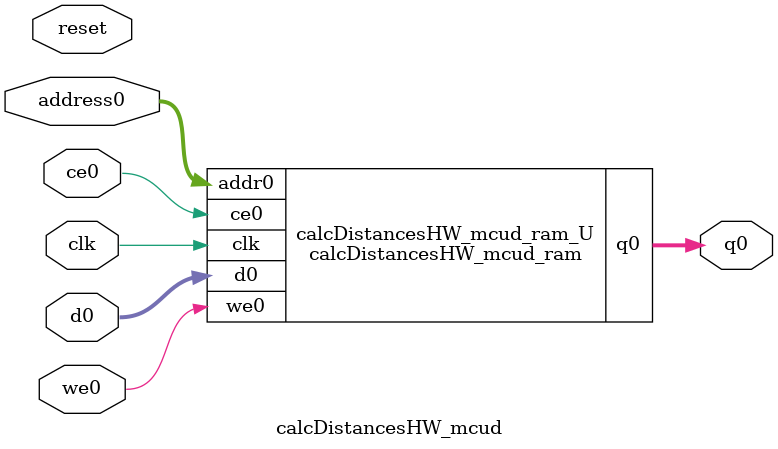
<source format=v>

`timescale 1 ns / 1 ps
module calcDistancesHW_mcud_ram (addr0, ce0, d0, we0, q0,  clk);

parameter DWIDTH = 32;
parameter AWIDTH = 5;
parameter MEM_SIZE = 32;

input[AWIDTH-1:0] addr0;
input ce0;
input[DWIDTH-1:0] d0;
input we0;
output reg[DWIDTH-1:0] q0;
input clk;

(* ram_style = "block" *)reg [DWIDTH-1:0] ram[MEM_SIZE-1:0];




always @(posedge clk)  
begin 
    if (ce0) 
    begin
        if (we0) 
        begin 
            ram[addr0] <= d0; 
            q0 <= d0;
        end 
        else 
            q0 <= ram[addr0];
    end
end


endmodule


`timescale 1 ns / 1 ps
module calcDistancesHW_mcud(
    reset,
    clk,
    address0,
    ce0,
    we0,
    d0,
    q0);

parameter DataWidth = 32'd32;
parameter AddressRange = 32'd32;
parameter AddressWidth = 32'd5;
input reset;
input clk;
input[AddressWidth - 1:0] address0;
input ce0;
input we0;
input[DataWidth - 1:0] d0;
output[DataWidth - 1:0] q0;



calcDistancesHW_mcud_ram calcDistancesHW_mcud_ram_U(
    .clk( clk ),
    .addr0( address0 ),
    .ce0( ce0 ),
    .d0( d0 ),
    .we0( we0 ),
    .q0( q0 ));

endmodule


</source>
